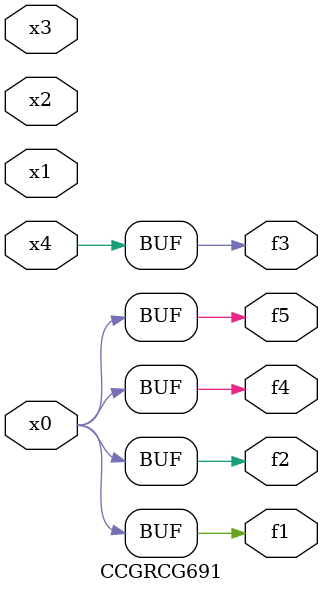
<source format=v>
module CCGRCG691(
	input x0, x1, x2, x3, x4,
	output f1, f2, f3, f4, f5
);
	assign f1 = x0;
	assign f2 = x0;
	assign f3 = x4;
	assign f4 = x0;
	assign f5 = x0;
endmodule

</source>
